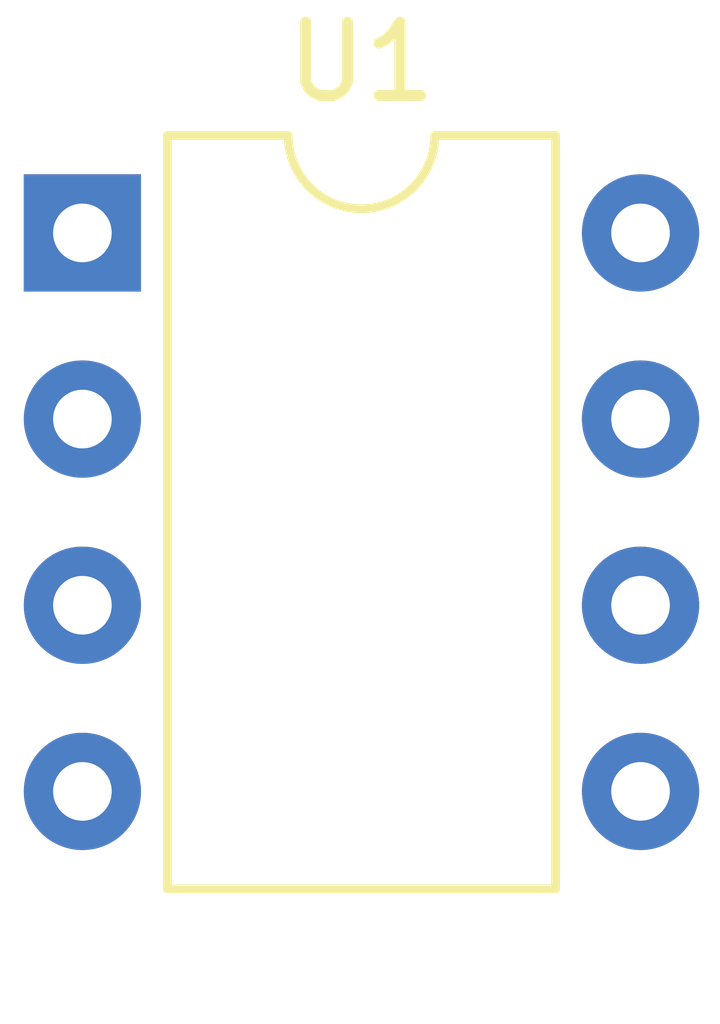
<source format=kicad_pcb>
(kicad_pcb (version 20211014) (generator pcbnew)
  (layers (0 "F.Cu" signal) (31 "B.Cu" signal) (34 "B.Paste" user) (35 "F.Paste" user) (36 "B.SilkS" user "B.Silkscreen") (37 "F.SilkS" user "F.Silkscreen") (38 "B.Mask" user) (39 "F.Mask" user) (44 "Edge.Cuts" user))
  (net 0 "")
  (footprint "Package_DIP:DIP-8_W7.62mm" (layer "F.Cu") (at 149.86 91.44)
    (fp_text reference "U1" (at 3.81 -2.33) (layer "F.SilkS"))
    (fp_text value "NA555P")
    (fp_line (start 6.46 8.95) (end 6.46 -1.33) (layer "F.SilkS") (width 0.12))
    (fp_line (start 1.16 -1.33) (end 1.16 8.95) (layer "F.SilkS") (width 0.12))
    (fp_line (start 6.46 -1.33) (end 4.81 -1.33) (layer "F.SilkS") (width 0.12))
    (fp_line (start 2.81 -1.33) (end 1.16 -1.33) (layer "F.SilkS") (width 0.12))
    (fp_line (start 1.16 8.95) (end 6.46 8.95) (layer "F.SilkS") (width 0.12))
    (fp_arc (start 4.81 -1.33) (mid 3.81 -0.33) (end 2.81 -1.33) (layer "F.SilkS") (width 0.12))
    (pad "1" thru_hole rect (at 0 0) (size 1.6 1.6) (drill 0.8) (layers *.Cu *.Mask))
    (pad "2" thru_hole oval (at 0 2.54) (size 1.6 1.6) (drill 0.8) (layers *.Cu *.Mask))
    (pad "3" thru_hole oval (at 0 5.08) (size 1.6 1.6) (drill 0.8) (layers *.Cu *.Mask))
    (pad "4" thru_hole oval (at 0 7.62) (size 1.6 1.6) (drill 0.8) (layers *.Cu *.Mask))
    (pad "5" thru_hole oval (at 7.62 7.62) (size 1.6 1.6) (drill 0.8) (layers *.Cu *.Mask))
    (pad "6" thru_hole oval (at 7.62 5.08) (size 1.6 1.6) (drill 0.8) (layers *.Cu *.Mask))
    (pad "7" thru_hole oval (at 7.62 2.54) (size 1.6 1.6) (drill 0.8) (layers *.Cu *.Mask))
    (pad "8" thru_hole oval (at 7.62 0) (size 1.6 1.6) (drill 0.8) (layers *.Cu *.Mask))
  )
)
</source>
